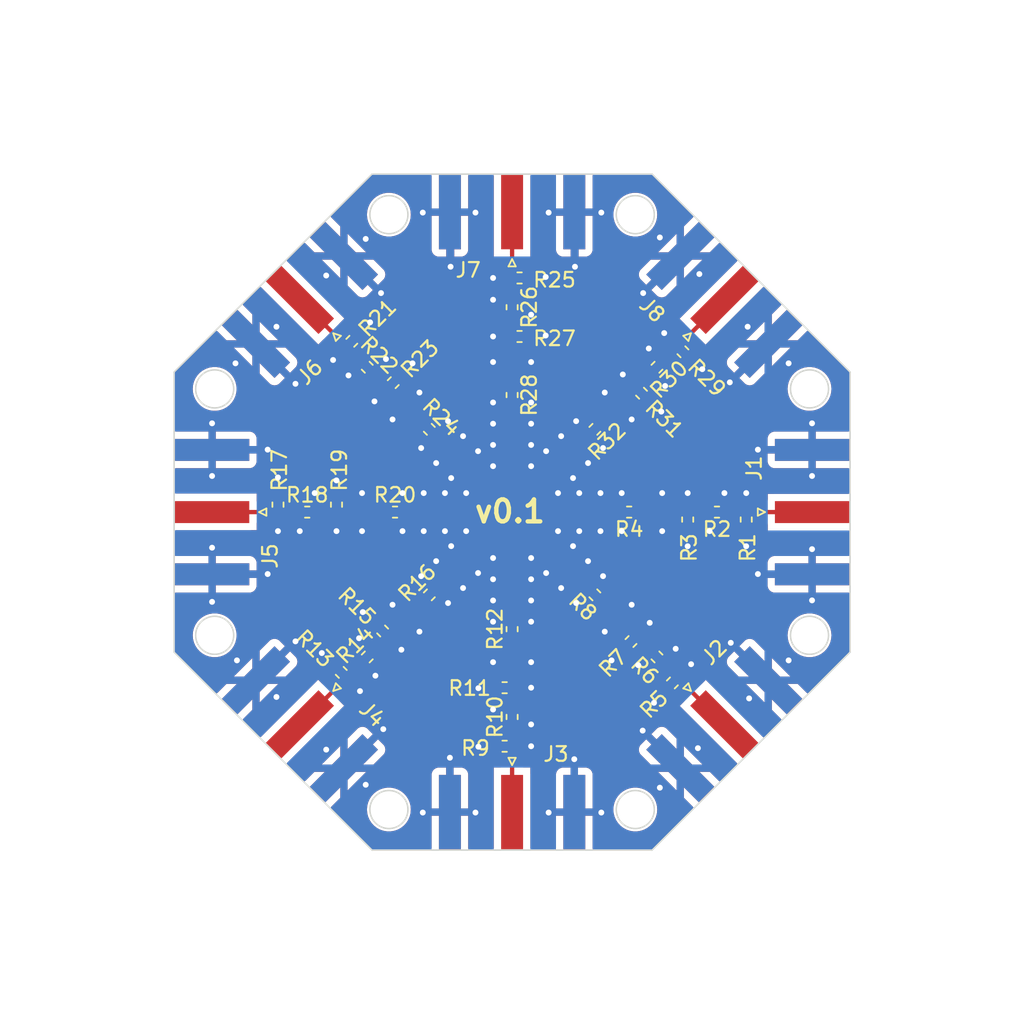
<source format=kicad_pcb>
(kicad_pcb (version 20221018) (generator pcbnew)
  (layers (0 "F.Cu" signal) (1 "In1.Cu" signal) (2 "In2.Cu" signal) (31 "B.Cu" signal) (34 "B.Paste" user) (35 "F.Paste" user) (36 "B.SilkS" user "B.Silkscreen") (37 "F.SilkS" user "F.Silkscreen") (38 "B.Mask" user) (39 "F.Mask" user) (44 "Edge.Cuts" user))
  (net 0 "")
  (net 1 "Net-(J1-In)")
  (net 2 "GND")
  (net 3 "Net-(J2-In)")
  (net 4 "Net-(J3-In)")
  (net 5 "Net-(J4-In)")
  (net 6 "Net-(J5-In)")
  (net 7 "Net-(J6-In)")
  (net 8 "Net-(J7-In)")
  (net 9 "Net-(J8-In)")
  (net 10 "Net-(R2-Pad2)")
  (net 11 "Net-(R6-Pad2)")
  (net 12 "Net-(R10-Pad2)")
  (net 13 "Net-(R14-Pad2)")
  (net 14 "Net-(R18-Pad2)")
  (net 15 "Net-(R22-Pad2)")
  (net 16 "Net-(R26-Pad2)")
  (net 17 "Net-(R30-Pad2)")
  (net 18 "/power_splitter_connection")
  (footprint "Resistor_SMD:R_0402_1005Metric" (layer "F.Cu") (at 132.803517 89.666581 45)
    (fp_text reference "R14")
    (fp_text value "232")
  )
  (footprint "Resistor_SMD:R_0402_1005Metric" (layer "F.Cu") (at 148.359866 85.42394 135)
    (fp_text reference "R8")
    (fp_text value "37.4")
  )
  (footprint "Resistor_SMD:R_0402_1005Metric" (layer "F.Cu") (at 142.703012 93.767086 90)
    (fp_text reference "R10")
    (fp_text value "232")
  )
  (footprint "Connector_Coaxial:SMA_Amphenol_132289_EdgeMount" (layer "F.Cu") (at 128.207323 65.271397 135)
    (fp_text reference "J6")
    (fp_text value "SMA")
  )
  (footprint "Resistor_SMD:R_0402_1005Metric" (layer "F.Cu") (at 154.377344 68.814002 135)
    (fp_text reference "R29")
    (fp_text value "62")
  )
  (footprint "Resistor_SMD:R_0402_1005Metric" (layer "F.Cu") (at 150.827669 88.612991 -135)
    (fp_text reference "R7")
    (fp_text value "62")
  )
  (footprint "Connector_Coaxial:SMA_Amphenol_132289_EdgeMount" (layer "F.Cu") (at 142.703012 59.267086 90)
    (fp_text reference "J7")
    (fp_text value "SMA")
  )
  (footprint "Resistor_SMD:R_0402_1005Metric" (layer "F.Cu") (at 126.703012 79.257086 -90)
    (fp_text reference "R17")
    (fp_text value "62")
  )
  (footprint "Resistor_SMD:R_0402_1005Metric" (layer "F.Cu") (at 142.703012 87.767086 90)
    (fp_text reference "R12")
    (fp_text value "37.4")
  )
  (footprint "Resistor_SMD:R_0402_1005Metric" (layer "F.Cu") (at 134.703012 79.767086)
    (fp_text reference "R20")
    (fp_text value "37.4")
  )
  (footprint "Resistor_SMD:R_0402_1005Metric" (layer "F.Cu") (at 143.213012 67.767086)
    (fp_text reference "R27")
    (fp_text value "62")
  )
  (footprint "Resistor_SMD:R_0402_1005Metric" (layer "F.Cu") (at 148.359866 74.110232 -135)
    (fp_text reference "R32")
    (fp_text value "37.4")
  )
  (footprint "Resistor_SMD:R_0402_1005Metric" (layer "F.Cu") (at 142.703012 65.767086 -90)
    (fp_text reference "R26")
    (fp_text value "232")
  )
  (footprint "Resistor_SMD:R_0402_1005Metric" (layer "F.Cu") (at 128.703012 79.767086)
    (fp_text reference "R18")
    (fp_text value "232")
  )
  (footprint "Resistor_SMD:R_0402_1005Metric" (layer "F.Cu") (at 131.749928 68.092754 -135)
    (fp_text reference "R21")
    (fp_text value "62")
  )
  (footprint "Resistor_SMD:R_0402_1005Metric" (layer "F.Cu") (at 134.578355 70.921181 45)
    (fp_text reference "R23")
    (fp_text value "62")
  )
  (footprint "Resistor_SMD:R_0402_1005Metric" (layer "F.Cu") (at 142.193012 91.767086 180)
    (fp_text reference "R11")
    (fp_text value "62")
  )
  (footprint "Resistor_SMD:R_0402_1005Metric" (layer "F.Cu") (at 133.857107 87.891743 135)
    (fp_text reference "R15")
    (fp_text value "62")
  )
  (footprint "Resistor_SMD:R_0402_1005Metric" (layer "F.Cu") (at 142.193012 95.767086)
    (fp_text reference "R9")
    (fp_text value "62")
  )
  (footprint "Connector_Coaxial:SMA_Amphenol_132289_EdgeMount" (layer "F.Cu") (at 122.203012 79.767086 180)
    (fp_text reference "J5")
    (fp_text value "SMA")
  )
  (footprint "Resistor_SMD:R_0402_1005Metric" (layer "F.Cu") (at 156.703012 79.767086 180)
    (fp_text reference "R2")
    (fp_text value "232")
  )
  (footprint "Resistor_SMD:R_0402_1005Metric" (layer "F.Cu") (at 152.602507 89.666581 135)
    (fp_text reference "R6")
    (fp_text value "232")
  )
  (footprint "Resistor_SMD:R_0402_1005Metric" (layer "F.Cu") (at 151.548917 71.642429 -45)
    (fp_text reference "R31")
    (fp_text value "62")
  )
  (footprint "Resistor_SMD:R_0402_1005Metric" (layer "F.Cu") (at 132.803517 69.867591 -45)
    (fp_text reference "R22")
    (fp_text value "232")
  )
  (footprint "Resistor_SMD:R_0402_1005Metric" (layer "F.Cu") (at 150.703012 79.767086 180)
    (fp_text reference "R4")
    (fp_text value "37.4")
  )
  (footprint "Resistor_SMD:R_0402_1005Metric" (layer "F.Cu") (at 152.602507 69.867591 -135)
    (fp_text reference "R30")
    (fp_text value "232")
  )
  (footprint "Resistor_SMD:R_0402_1005Metric" (layer "F.Cu") (at 153.656096 91.441418 45)
    (fp_text reference "R5")
    (fp_text value "62")
  )
  (footprint "Resistor_SMD:R_0402_1005Metric" (layer "F.Cu") (at 137.046158 85.42394 45)
    (fp_text reference "R16")
    (fp_text value "37.4")
  )
  (footprint "Resistor_SMD:R_0402_1005Metric" (layer "F.Cu") (at 130.703012 79.257086 90)
    (fp_text reference "R19")
    (fp_text value "62")
  )
  (footprint "Connector_Coaxial:SMA_Amphenol_132289_EdgeMount" (layer "F.Cu") (at 157.198701 94.262775 -45)
    (fp_text reference "J2")
    (fp_text value "SMA")
  )
  (footprint "Connector_Coaxial:SMA_Amphenol_132289_EdgeMount" (layer "F.Cu") (at 157.198701 65.271397 45)
    (fp_text reference "J8")
    (fp_text value "SMA")
  )
  (footprint "Resistor_SMD:R_0402_1005Metric" (layer "F.Cu") (at 154.703012 80.277086 -90)
    (fp_text reference "R3")
    (fp_text value "62")
  )
  (footprint "Connector_Coaxial:SMA_Amphenol_132289_EdgeMount" (layer "F.Cu") (at 163.203012 79.767086)
    (fp_text reference "J1")
    (fp_text value "SMA")
  )
  (footprint "Resistor_SMD:R_0402_1005Metric" (layer "F.Cu") (at 142.703012 71.767086 -90)
    (fp_text reference "R28")
    (fp_text value "37.4")
  )
  (footprint "Resistor_SMD:R_0402_1005Metric" (layer "F.Cu") (at 137.046158 74.110232 -45)
    (fp_text reference "R24")
    (fp_text value "37.4")
  )
  (footprint "Connector_Coaxial:SMA_Amphenol_132289_EdgeMount" (layer "F.Cu") (at 142.703012 100.267086 -90)
    (fp_text reference "J3")
    (fp_text value "SMA")
  )
  (footprint "Resistor_SMD:R_0402_1005Metric" (layer "F.Cu") (at 131.02868 90.72017 -45)
    (fp_text reference "R13")
    (fp_text value "62")
  )
  (footprint "Connector_Coaxial:SMA_Amphenol_132289_EdgeMount" (layer "F.Cu") (at 128.207323 94.262775 -135)
    (fp_text reference "J4")
    (fp_text value "SMA")
  )
  (footprint "Resistor_SMD:R_0402_1005Metric" (layer "F.Cu") (at 158.703012 80.277086 90)
    (fp_text reference "R1")
    (fp_text value "62")
  )
  (footprint "Resistor_SMD:R_0402_1005Metric" (layer "F.Cu") (at 143.213012 63.767086 180)
    (fp_text reference "R25")
    (fp_text value "62")
  )
  (gr_circle (center 163.028362 71.34805) (end 164.328362 71.34805) (stroke (width 0.1)) (fill none) (layer "Edge.Cuts"))
  (gr_line (start 119.606024 89.334172) (end 119.606024 70.2) (stroke (width 0.1)) (layer "Edge.Cuts"))
  (gr_line (start 152.270098 56.670098) (end 165.8 70.2) (stroke (width 0.1)) (layer "Edge.Cuts"))
  (gr_circle (center 151.122048 59.441736) (end 152.422048 59.441736) (stroke (width 0.1)) (fill none) (layer "Edge.Cuts"))
  (gr_circle (center 134.283976 100.092436) (end 135.583976 100.092436) (stroke (width 0.1)) (fill none) (layer "Edge.Cuts"))
  (gr_line (start 165.8 70.2) (end 165.8 89.334172) (stroke (width 0.1)) (layer "Edge.Cuts"))
  (gr_line (start 152.270098 102.864074) (end 133.135926 102.864074) (stroke (width 0.1)) (layer "Edge.Cuts"))
  (gr_line (start 165.8 89.334172) (end 152.270098 102.864074) (stroke (width 0.1)) (layer "Edge.Cuts"))
  (gr_line (start 133.135926 56.670098) (end 152.270098 56.670098) (stroke (width 0.1)) (layer "Edge.Cuts"))
  (gr_circle (center 134.283976 59.441736) (end 135.583976 59.441736) (stroke (width 0.1)) (fill none) (layer "Edge.Cuts"))
  (gr_line (start 119.606024 70.2) (end 133.135926 56.670098) (stroke (width 0.1)) (layer "Edge.Cuts"))
  (gr_circle (center 163.028362 88.186122) (end 164.328362 88.186122) (stroke (width 0.1)) (fill none) (layer "Edge.Cuts"))
  (gr_circle (center 122.377662 88.186122) (end 123.677662 88.186122) (stroke (width 0.1)) (fill none) (layer "Edge.Cuts"))
  (gr_circle (center 122.377662 71.34805) (end 123.677662 71.34805) (stroke (width 0.1)) (fill none) (layer "Edge.Cuts"))
  (gr_line (start 133.135926 102.864074) (end 119.606024 89.334172) (stroke (width 0.1)) (layer "Edge.Cuts"))
  (gr_circle (center 151.122048 100.092436) (end 152.422048 100.092436) (stroke (width 0.1)) (fill none) (layer "Edge.Cuts"))
  (gr_text "v0.1" (at 140 80.6) (layer "F.SilkS") (effects (font (size 1.5 1.5) (thickness 0.3) bold) (justify left bottom)))
  (segment (start 158.703012 79.767086) (end 157.213012 79.767086) (width 0.29337) (layer "F.Cu") (net 1))
  (segment (start 163.203012 79.767086) (end 158.703012 79.767086) (width 0.29337) (layer "F.Cu") (net 1))
  (segment (start 126 75.5) (end 122.220098 75.5) (width 0.5) (layer "F.Cu") (net 2))
  (segment (start 138.5 63) (end 138.5 59.314074) (width 0.5) (layer "F.Cu") (net 2))
  (segment (start 151.625518 94.7) (end 154.193497 97.267979) (width 0.5) (layer "F.Cu") (net 2))
  (segment (start 147 63) (end 147 59.314074) (width 0.5) (layer "F.Cu") (net 2))
  (segment (start 151.65969 64.8) (end 154.193497 62.266193) (width 0.5) (layer "F.Cu") (net 2))
  (segment (start 127.85969 88.6) (end 125.202119 91.257571) (width 0.5) (layer "F.Cu") (net 2))
  (segment (start 159.517086 84.017086) (end 159.5 84) (width 0.5) (layer "F.Cu") (net 2))
  (segment (start 126 84) (end 122.220098 84) (width 0.5) (layer "F.Cu") (net 2))
  (segment (start 138.453012 96.553012) (end 138.453012 100.267086) (width 0.5) (layer "F.Cu") (net 2))
  (segment (start 157.646334 88.7) (end 160.203905 91.257571) (width 0.5) (layer "F.Cu") (net 2))
  (segment (start 159.517086 75.517086) (end 159.5 75.5) (width 0.5) (layer "F.Cu") (net 2))
  (segment (start 163.203012 75.517086) (end 159.517086 75.517086) (width 0.5) (layer "F.Cu") (net 2))
  (segment (start 127.9 88.6) (end 127.85969 88.6) (width 0.5) (layer "F.Cu") (net 2))
  (segment (start 122.220098 84) (end 122.203012 84.017086) (width 0.5) (layer "F.Cu") (net 2))
  (segment (start 147 59.314074) (end 146.953012 59.267086) (width 0.5) (layer "F.Cu") (net 2))
  (segment (start 133.746334 64.8) (end 131.212527 62.266193) (width 0.5) (layer "F.Cu") (net 2))
  (segment (start 146.953012 96.653012) (end 146.953012 100.267086) (width 0.5) (layer "F.Cu") (net 2))
  (segment (start 122.220098 75.5) (end 122.203012 75.517086) (width 0.5) (layer "F.Cu") (net 2))
  (segment (start 138.5 59.314074) (end 138.453012 59.267086) (width 0.5) (layer "F.Cu") (net 2))
  (segment (start 133.9 94.6) (end 133.880506 94.6) (width 0.5) (layer "F.Cu") (net 2))
  (segment (start 127.9 70.974482) (end 125.202119 68.276601) (width 0.5) (layer "F.Cu") (net 2))
  (segment (start 133.880506 94.6) (end 131.212527 97.267979) (width 0.5) (layer "F.Cu") (net 2))
  (segment (start 157.580506 70.9) (end 160.203905 68.276601) (width 0.5) (layer "F.Cu") (net 2))
  (segment (start 163.203012 84.017086) (end 159.517086 84.017086) (width 0.5) (layer "F.Cu") (net 2))
  (segment (start 127.9 71) (end 127.9 70.974482) (width 0.5) (layer "F.Cu") (net 2))
  (via (at 145.2 100.3) (size 0.8) (drill 0.4) (layers "F.Cu" "B.Cu") (net 2))
  (via (at 136.487543 75.390095) (size 0.8) (drill 0.4) (layers "F.Cu" "B.Cu") (net 2))
  (via (at 161.6 89.9) (size 0.8) (drill 0.4) (layers "F.Cu" "B.Cu") (net 2))
  (via (at 149.035152 71.596467) (size 0.8) (drill 0.4) (layers "F.Cu" "B.Cu") (net 2))
  (via (at 144.003012 72.277086) (size 0.8) (drill 0.4) (layers "F.Cu" "B.Cu") (net 2))
  (via (at 133.9 94.6) (size 0.8) (drill 0.4) (layers "F.Cu" "B.Cu") (net 2))
  (via (at 141.403012 65.257086) (size 0.8) (drill 0.4) (layers "F.Cu" "B.Cu") (net 2))
  (via (at 146.054339 84.956891) (size 0.8) (drill 0.4) (layers "F.Cu" "B.Cu") (net 2))
  (via (at 130 96) (size 0.8) (drill 0.4) (layers "F.Cu" "B.Cu") (net 2))
  (via (at 141.403012 76.628608) (size 0.8) (drill 0.4) (layers "F.Cu" "B.Cu") (net 2))
  (via (at 151.65969 64.8) (size 0.8) (drill 0.4) (layers "F.Cu" "B.Cu") (net 2))
  (via (at 134.532393 73.434945) (size 0.8) (drill 0.4) (layers "F.Cu" "B.Cu") (net 2))
  (via (at 136.6 100.3) (size 0.8) (drill 0.4) (layers "F.Cu" "B.Cu") (net 2))
  (via (at 144.003012 91.767086) (size 0.8) (drill 0.4) (layers "F.Cu" "B.Cu") (net 2))
  (via (at 151.322644 90.225196) (size 0.8) (drill 0.4) (layers "F.Cu" "B.Cu") (net 2))
  (via (at 123.9 89.9) (size 0.8) (drill 0.4) (layers "F.Cu" "B.Cu") (net 2))
  (via (at 157.213012 78.467086) (size 0.8) (drill 0.4) (layers "F.Cu" "B.Cu") (net 2))
  (via (at 146.867153 82.092749) (size 0.8) (drill 0.4) (layers "F.Cu" "B.Cu") (net 2))
  (via (at 132.448012 81.067086) (size 0.8) (drill 0.4) (layers "F.Cu" "B.Cu") (net 2))
  (via (at 126.703012 81.067086) (size 0.8) (drill 0.4) (layers "F.Cu" "B.Cu") (net 2))
  (via (at 145 67.7) (size 0.8) (drill 0.4) (layers "F.Cu" "B.Cu") (net 2))
  (via (at 145 63.7) (size 0.8) (drill 0.4) (layers "F.Cu" "B.Cu") (net 2))
  (via (at 136.370871 71.596467) (size 0.8) (drill 0.4) (layers "F.Cu" "B.Cu") (net 2))
  (via (at 136.6 59.3) (size 0.8) (drill 0.4) (layers "F.Cu" "B.Cu") (net 2))
  (via (at 138.114026 81.067086) (size 0.8) (drill 0.4) (layers "F.Cu" "B.Cu") (net 2))
  (via (at 139.564534 78.467086) (size 0.8) (drill 0.4) (layers "F.Cu" "B.Cu") (net 2))
  (via (at 127.9 71) (size 0.8) (drill 0.4) (layers "F.Cu" "B.Cu") (net 2))
  (via (at 130.470065 69.372617) (size 0.8) (drill 0.4) (layers "F.Cu" "B.Cu") (net 2))
  (via (at 147.291997 78.467086) (size 0.8) (drill 0.4) (layers "F.Cu" "B.Cu") (net 2))
  (via (at 139.564534 81.067086) (size 0.8) (drill 0.4) (layers "F.Cu" "B.Cu") (net 2))
  (via (at 148.742504 78.467086) (size 0.8) (drill 0.4) (layers "F.Cu" "B.Cu") (net 2))
  (via (at 141.403012 67.767086) (size 0.8) (drill 0.4) (layers "F.Cu" "B.Cu") (net 2))
  (via (at 138.53887 77.441422) (size 0.8) (drill 0.4) (layers "F.Cu" "B.Cu") (net 2))
  (via (at 163.2 82.3) (size 0.8) (drill 0.4) (layers "F.Cu" "B.Cu") (net 2))
  (via (at 153.88237 89.107966) (size 0.8) (drill 0.4) (layers "F.Cu" "B.Cu") (net 2))
  (via (at 140.377348 75.602944) (size 0.8) (drill 0.4) (layers "F.Cu" "B.Cu") (net 2))
  (via (at 126 84) (size 0.8) (drill 0.4) (layers "F.Cu" "B.Cu") (net 2))
  (via (at 141.403012 93.257086) (size 0.8) (drill 0.4) (layers "F.Cu" "B.Cu") (net 2))
  (via (at 140.377348 83.931227) (size 0.8) (drill 0.4) (layers "F.Cu" "B.Cu") (net 2))
  (via (at 141.403012 72.277086) (size 0.8) (drill 0.4) (layers "F.Cu" "B.Cu") (net 2))
  (via (at 144.003012 66.277086) (size 0.8) (drill 0.4) (layers "F.Cu" "B.Cu") (net 2))
  (via (at 145.028675 83.931227) (size 0.8) (drill 0.4) (layers "F.Cu" "B.Cu") (net 2))
  (via (at 141.403012 69.512086) (size 0.8) (drill 0.4) (layers "F.Cu" "B.Cu") (net 2))
  (via (at 148.918481 75.390095) (size 0.8) (drill 0.4) (layers "F.Cu" "B.Cu") (net 2))
  (via (at 122.2 77.3) (size 0.8) (drill 0.4) (layers "F.Cu" "B.Cu") (net 2))
  (via (at 149.5 89.9) (size 0.8) (drill 0.4) (layers "F.Cu" "B.Cu") (net 2))
  (via (at 141.403012 82.905564) (size 0.8) (drill 0.4) (layers "F.Cu" "B.Cu") (net 2))
  (via (at 126.7 77.4) (size 0.8) (drill 0.4) (layers "F.Cu" "B.Cu") (net 2))
  (via (at 150.193012 81.067086) (size 0.8) (drill 0.4) (layers "F.Cu" "B.Cu") (net 2))
  (via (at 128.193012 81.067086) (size 0.8) (drill 0.4) (layers "F.Cu" "B.Cu") (net 2))
  (via (at 155.5 63.5) (size 0.8) (drill 0.4) (layers "F.Cu" "B.Cu") (net 2))
  (via (at 159.5 84) (size 0.8) (drill 0.4) (layers "F.Cu" "B.Cu") (net 2))
  (via (at 146.054339 74.57728) (size 0.8) (drill 0.4) (layers "F.Cu" "B.Cu") (net 2))
  (via (at 144.003012 90.022086) (size 0.8) (drill 0.4) (layers "F.Cu" "B.Cu") (net 2))
  (via (at 153.097481 67.534139) (size 0.8) (drill 0.4) (layers "F.Cu" "B.Cu") (net 2))
  (via (at 149.035152 87.937704) (size 0.8) (drill 0.4) (layers "F.Cu" "B.Cu") (net 2))
  (via (at 123.8 69.6) (size 0.8) (drill 0.4) (layers "F.Cu" "B.Cu") (net 2))
  (via (at 154.703012 78.467086) (size 0.8) (drill 0.4) (layers "F.Cu" "B.Cu") (net 2))
  (via (at 145.84149 81.067086) (size 0.8) (drill 0.4) (layers "F.Cu" "B.Cu") (net 2))
  (via (at 132.244902 88.386718) (size 0.8) (drill 0.4) (layers "F.Cu" "B.Cu") (net 2))
  (via (at 133 66.8) (size 0.8) (drill 0.4) (layers "F.Cu" "B.Cu") (net 2))
  (via (at 147.080003 73.551617) (size 0.8) (drill 0.4) (layers "F.Cu" "B.Cu") (net 2))
  (via (at 145.2 59.3) (size 0.8) (drill 0.4) (layers "F.Cu" "B.Cu") (net 2))
  (via (at 138.114026 78.467086) (size 0.8) (drill 0.4) (layers "F.Cu" "B.Cu") (net 2))
  (via (at 150.193012 78.467086) (size 0.8) (drill 0.4) (layers "F.Cu" "B.Cu") (net 2))
  (via (at 158.9 92.5) (size 0.8) (drill 0.4) (layers "F.Cu" "B.Cu") (net 2))
  (via (at 140.4 95.8) (size 0.8) (drill 0.4) (layers "F.Cu" "B.Cu") (net 2))
  (via (at 138.53887 82.092749) (size 0.8) (drill 0.4) (layers "F.Cu" "B.Cu") (net 2))
  (via (at 144.003012 84.356071) (size 0.8) (drill 0.4) (layers "F.Cu" "B.Cu") (net 2))
  (via (at 148.8 59.3) (size 0.8) (drill 0.4) (layers "F.Cu" "B.Cu") (net 2))
  (via (at 138.326021 73.551617) (size 0.8) (drill 0.4) (layers "F.Cu" "B.Cu") (net 2))
  (via (at 144.003012 94.277086) (size 0.8) (drill 0.4) (layers "F.Cu" "B.Cu") (net 2))
  (via (at 134.08338 69.308976) (size 0.8) (drill 0.4) (layers "F.Cu" "B.Cu") (net 2))
  (via (at 138.326021 85.982555) (size 0.8) (drill 0.4) (layers "F.Cu" "B.Cu") (net 2))
  (via (at 130.703012 81.067086) (size 0.8) (drill 0.4) (layers "F.Cu" "B.Cu") (net 2))
  (via (at 150.269054 70.362566) (size 0.8) (drill 0.4) (layers "F.Cu" "B.Cu") (net 2))
  (via (at 138.5 63) (size 0.8) (drill 0.4) (layers "F.Cu" "B.Cu") (net 2))
  (via (at 132.308543 92.000033) (size 0.8) (drill 0.4) (layers "F.Cu" "B.Cu") (net 2))
  (via (at 144.003012 76.628608) (size 0.8) (drill 0.4) (layers "F.Cu" "B.Cu") (net 2))
  (via (at 122.2 82.2) (size 0.8) (drill 0.4) (layers "F.Cu" "B.Cu") (net 2))
  (via (at 152.107532 87.333128) (size 0.8) (drill 0.4) (layers "F.Cu" "B.Cu") (net 2))
  (via (at 147.080003 85.982555) (size 0.8) (drill 0.4) (layers "F.Cu" "B.Cu") (net 2))
  (via (at 139.351684 74.57728) (size 0.8) (drill 0.4) (layers "F.Cu" "B.Cu") (net 2))
  (via (at 136.370871 87.937704) (size 0.8) (drill 0.4) (layers "F.Cu" "B.Cu") (net 2))
  (via (at 135.213012 78.467086) (size 0.8) (drill 0.4) (layers "F.Cu" "B.Cu") (net 2))
  (via (at 133.298492 72.201044) (size 0.8) (drill 0.4) (layers "F.Cu" "B.Cu") (net 2))
  (via (at 156.193012 81.067086) (size 0.8) (drill 0.4) (layers "F.Cu" "B.Cu") (net 2))
  (via (at 127.9 88.6) (size 0.8) (drill 0.4) (layers "F.Cu" "B.Cu") (net 2))
  (via (at 152.9 72.9) (size 0.8) (drill 0.4) (layers "F.Cu" "B.Cu") (net 2))
  (via (at 141.403012 84.356071) (size 0.8) (drill 0.4) (layers "F.Cu" "B.Cu") (net 2))
  (via (at 126 75.5) (size 0.8) (drill 0.4) (layers "F.Cu" "B.Cu") (net 2))
  (via (at 157.646334 88.7) (size 0.8) (drill 0.4) (layers "F.Cu" "B.Cu") (net 2))
  (via (at 152.958012 78.467086) (size 0.8) (drill 0.4) (layers "F.Cu" "B.Cu") (net 2))
  (via (at 140.2 59.3) (size 0.8) (drill 0.4) (layers "F.Cu" "B.Cu") (net 2))
  (via (at 130 63.6) (size 0.8) (drill 0.4) (layers "F.Cu" "B.Cu") (net 2))
  (via (at 151.625518 94.7) (size 0.8) (drill 0.4) (layers "F.Cu" "B.Cu") (net 2))
  (via (at 131.523654 70.426206) (size 0.8) (drill 0.4) (layers "F.Cu" "B.Cu") (net 2))
  (via (at 140.4 91.8) (size 0.8) (drill 0.4) (layers "F.Cu" "B.Cu") (net 2))
  (via (at 144.003012 87.257086) (size 0.8) (drill 0.4) (layers "F.Cu" "B.Cu") (net 2))
  (via (at 132.7 61.1) (size 0.8) (drill 0.4) (layers "F.Cu" "B.Cu") (net 2))
  (via (at 141.403012 75.1781) (size 0.8) (drill 0.4) (layers "F.Cu" "B.Cu") (net 2))
  (via (at 141.403012 90.022086) (size 0.8) (drill 0.4) (layers "F.Cu" "B.Cu") (net 2))
  (via (at 152.4 92.8) (size 0.8) (drill 0.4) (layers "F.Cu" "B.Cu") (net 2))
  (via (at 122.2 73.7) (size 0.8) (drill 0.4) (layers "F.Cu" "B.Cu") (net 2))
  (via (at 135.9 69.6) (size 0.8) (drill 0.4) (layers "F.Cu" "B.Cu") (net 2))
  (via (at 134.532393 86.099226) (size 0.8) (drill 0.4) (layers "F.Cu" "B.Cu") (net 2))
  (via (at 122.2 85.9) (size 0.8) (drill 0.4) (layers "F.Cu" "B.Cu") (net 2))
  (via (at 152.958012 81.067086) (size 0.8) (drill 0.4) (layers "F.Cu" "B.Cu") (net 2))
  (via (at 133.746334 64.8) (size 0.8) (drill 0.4) (layers "F.Cu" "B.Cu") (net 2))
  (via (at 157.580506 70.9) (size 0.8) (drill 0.4) (layers "F.Cu" "B.Cu") (net 2))
  (via (at 147.892817 76.415758) (size 0.8) (drill 0.4) (layers "F.Cu" "B.Cu") (net 2))
  (via (at 158.8 67.1) (size 0.8) (drill 0.4) (layers "F.Cu" "B.Cu") (net 2))
  (via (at 159.5 75.5) (size 0.8) (drill 0.4) (layers "F.Cu" "B.Cu") (net 2))
  (via (at 129.7 89.4) (size 0.8) (drill 0.4) (layers "F.Cu" "B.Cu") (net 2))
  (via (at 130.7 77.6) (size 0.8) (drill 0.4) (layers "F.Cu" "B.Cu") (net 2))
  (via (at 155.7 70) (size 0.8) (drill 0.4) (layers "F.Cu" "B.Cu") (net 2))
  (via (at 141.403012 87.257086) (size 0.8) (drill 0.4) (layers "F.Cu" "B.Cu") (net 2))
  (via (at 148.8 100.3) (size 0.8) (drill 0.4) (layers "F.Cu" "B.Cu") (net 2))
  (via (at 154.7 82.1) (size 0.8) (drill 0.4) (layers "F.Cu" "B.Cu") (net 2))
  (via (at 146.953012 96.653012) (size 0.8) (drill 0.4) (layers "F.Cu" "B.Cu") (net 2))
  (via (at 140.2 100.3) (size 0.8) (drill 0.4) (layers "F.Cu" "B.Cu") (net 2))
  (via (at 145.028675 75.602944) (size 0.8) (drill 0.4) (layers "F.Cu" "B.Cu") (net 2))
  (via (at 141.403012 63.767086) (size 0.8) (drill 0.4) (layers "F.Cu" "B.Cu") (net 2))
  (via (at 144.003012 69.512086) (size 0.8) (drill 0.4) (layers "F.Cu" "B.Cu") (net 2))
  (via (at 150.87363 86.099226) (size 0.8) (drill 0.4) (layers "F.Cu" "B.Cu") (net 2))
  (via (at 147.291997 81.067086) (size 0.8) (drill 0.4) (layers "F.Cu" "B.Cu") (net 2))
  (via (at 136.663519 78.467086) (size 0.8) (drill 0.4) (layers "F.Cu" "B.Cu") (net 2))
  (via (at 135.213012 81.067086) (size 0.8) (drill 0.4) (layers "F.Cu" "B.Cu") (net 2))
  (via (at 155.4 95.9) (size 0.8) (drill 0.4) (layers "F.Cu" "B.Cu") (net 2))
  (via (at 152.8 98.6) (size 0.8) (drill 0.4) (layers "F.Cu" "B.Cu") (net 2))
  (via (at 137.513206 76.415758) (size 0.8) (drill 0.4) (layers "F.Cu" "B.Cu") (net 2))
  (via (at 144.003012 95.767086) (size 0.8) (drill 0.4) (layers "F.Cu" "B.Cu") (net 2))
  (via (at 132.448012 78.467086) (size 0.8) (drill 0.4) (layers "F.Cu" "B.Cu") (net 2))
  (via (at 135.13697 89.171606) (size 0.8) (drill 0.4) (layers "F.Cu" "B.Cu") (net 2))
  (via (at 145.84149 78.467086) (size 0.8) (drill 0.4) (layers "F.Cu" "B.Cu") (net 2))
  (via (at 141.403012 73.727593) (size 0.8) (drill 0.4) (layers "F.Cu" "B.Cu") (net 2))
  (via (at 132.5 86.6) (size 0.8) (drill 0.4) (layers "F.Cu" "B.Cu") (net 2))
  (via (at 144.003012 85.806578) (size 0.8) (drill 0.4) (layers "F.Cu" "B.Cu") (net 2))
  (via (at 146.867153 77.441422) (size 0.8) (drill 0.4) (layers "F.Cu" "B.Cu") (net 2))
  (via (at 126.6 92.4) (size 0.8) (drill 0.4) (layers "F.Cu" "B.Cu") (net 2))
  (via (at 154.935959 90.161555) (size 0.8) (drill 0.4) (layers "F.Cu" "B.Cu") (net 2))
  (via (at 136.487543 84.144077) (size 0.8) (drill 0.4) (layers "F.Cu" "B.Cu") (net 2))
  (via (at 158.703012 78.467086) (size 0.8) (drill 0.4) (layers "F.Cu" "B.Cu") (net 2))
  (via (at 153.161122 71.147454) (size 0.8) (drill 0.4) (layers "F.Cu" "B.Cu") (net 2))
  (via (at 150.87363 73.434945) (size 0.8) (drill 0.4) (layers "F.Cu" "B.Cu") (net 2))
  (via (at 141.403012 85.806578) (size 0.8) (drill 0.4) (layers "F.Cu" "B.Cu") (net 2))
  (via (at 148.918481 84.144077) (size 0.8) (drill 0.4) (layers "F.Cu" "B.Cu") (net 2))
  (via (at 144.003012 82.905564) (size 0.8) (drill 0.4) (layers "F.Cu" "B.Cu") (net 2))
  (via (at 139.351684 84.956891) (size 0.8) (drill 0.4) (layers "F.Cu" "B.Cu") (net 2))
  (via (at 163.2 77.3) (size 0.8) (drill 0.4) (layers "F.Cu" "B.Cu") (net 2))
  (via (at 147 63) (size 0.8) (drill 0.4) (layers "F.Cu" "B.Cu") (net 2))
  (via (at 144.003012 75.1781) (size 0.8) (drill 0.4) (layers "F.Cu" "B.Cu") (net 2))
  (via (at 137.513206 83.118413) (size 0.8) (drill 0.4) (layers "F.Cu" "B.Cu") (net 2))
  (via (at 126.6 67.1) (size 0.8) (drill 0.4) (layers "F.Cu" "B.Cu") (net 2))
  (via (at 152.043892 68.587728) (size 0.8) (drill 0.4) (layers "F.Cu" "B.Cu") (net 2))
  (via (at 163.2 85.8) (size 0.8) (drill 0.4) (layers "F.Cu" "B.Cu") (net 2))
  (via (at 148.742504 81.067086) (size 0.8) (drill 0.4) (layers "F.Cu" "B.Cu") (net 2))
  (via (at 147.892817 83.118413) (size 0.8) (drill 0.4) (layers "F.Cu" "B.Cu") (net 2))
  (via (at 129.213012 78.467086) (size 0.8) (drill 0.4) (layers "F.Cu" "B.Cu") (net 2))
  (via (at 132.7 98.4) (size 0.8) (drill 0.4) (layers "F.Cu" "B.Cu") (net 2))
  (via (at 144.003012 73.727593) (size 0.8) (drill 0.4) (layers "F.Cu" "B.Cu") (net 2))
  (via (at 136.663519 81.067086) (size 0.8) (drill 0.4) (layers "F.Cu" "B.Cu") (net 2))
  (via (at 152.8 61) (size 0.8) (drill 0.4) (layers "F.Cu" "B.Cu") (net 2))
  (via (at 158.7 82.1) (size 0.8) (drill 0.4) (layers "F.Cu" "B.Cu") (net 2))
  (via (at 161.6 69.6) (size 0.8) (drill 0.4) (layers "F.Cu" "B.Cu") (net 2))
  (via (at 163.2 73.7) (size 0.8) (drill 0.4) (layers "F.Cu" "B.Cu") (net 2))
  (via (at 133.362132 90.946444) (size 0.8) (drill 0.4) (layers "F.Cu" "B.Cu") (net 2))
  (via (at 138.453012 96.553012) (size 0.8) (drill 0.4) (layers "F.Cu" "B.Cu") (net 2))
  (segment (start 127.9 70.974482) (end 125.202119 68.276601) (width 0.5) (layer "B.Cu") (net 2))
  (segment (start 151.65969 64.8) (end 154.193497 62.266193) (width 0.5) (layer "B.Cu") (net 2))
  (segment (start 127.9 88.6) (end 127.85969 88.6) (width 0.5) (layer "B.Cu") (net 2))
  (segment (start 147 59.314074) (end 146.953012 59.267086) (width 0.5) (layer "B.Cu") (net 2))
  (segment (start 163.185926 75.5) (end 163.203012 75.517086) (width 0.5) (layer "B.Cu") (net 2))
  (segment (start 126 84) (end 122.220098 84) (width 0.5) (layer "B.Cu") (net 2))
  (segment (start 126 75.5) (end 122.220098 75.5) (width 0.5) (layer "B.Cu") (net 2))
  (segment (start 122.220098 75.5) (end 122.203012 75.517086) (width 0.5) (layer "B.Cu") (net 2))
  (segment (start 146.953012 96.653012) (end 146.953012 100.267086) (width 0.5) (layer "B.Cu") (net 2))
  (segment (start 138.5 59.314074) (end 138.453012 59.267086) (width 0.5) (layer "B.Cu") (net 2))
  (segment (start 163.185926 84) (end 163.203012 84.017086) (width 0.5) (layer "B.Cu") (net 2))
  (segment (start 133.880506 94.6) (end 131.212527 97.267979) (width 0.5) (layer "B.Cu") (net 2))
  (segment (start 138.453012 96.553012) (end 138.453012 100.267086) (width 0.5) (layer "B.Cu") (net 2))
  (segment (start 127.9 71) (end 127.9 70.974482) (width 0.5) (layer "B.Cu") (net 2))
  (segment (start 138.5 63) (end 138.5 59.314074) (width 0.5) (layer "B.Cu") (net 2))
  (segment (start 122.220098 84) (end 122.203012 84.017086) (width 0.5) (layer "B.Cu") (net 2))
  (segment (start 133.746334 64.8) (end 131.212527 62.266193) (width 0.5) (layer "B.Cu") (net 2))
  (segment (start 133.9 94.6) (end 133.880506 94.6) (width 0.5) (layer "B.Cu") (net 2))
  (segment (start 151.625518 94.7) (end 154.193497 97.267979) (width 0.5) (layer "B.Cu") (net 2))
  (segment (start 146.9 100.214074) (end 146.953012 100.267086) (width 0.5) (layer "B.Cu") (net 2))
  (segment (start 147 63) (end 147 59.314074) (width 0.5) (layer "B.Cu") (net 2))
  (segment (start 159.5 75.5) (end 163.185926 75.5) (width 0.5) (layer "B.Cu") (net 2))
  (segment (start 127.85969 88.6) (end 125.202119 91.257571) (width 0.5) (layer "B.Cu") (net 2))
  (segment (start 146.953012 96.653012) (end 146.9 96.706024) (width 0.5) (layer "B.Cu") (net 2))
  (segment (start 157.646334 88.7) (end 160.203905 91.257571) (width 0.5) (layer "B.Cu") (net 2))
  (segment (start 157.580506 70.9) (end 160.203905 68.276601) (width 0.5) (layer "B.Cu") (net 2))
  (segment (start 138.4 100.214074) (end 138.453012 100.267086) (width 0.5) (layer "B.Cu") (net 2))
  (segment (start 159.5 84) (end 163.185926 84) (width 0.5) (layer "B.Cu") (net 2))
  (segment (start 138.453012 96.553012) (end 138.4 96.606024) (width 0.5) (layer "B.Cu") (net 2))
  (segment (start 154.01672 91.080794) (end 152.963131 90.027205) (width 0.29337) (layer "F.Cu") (net 3))
  (segment (start 157.198701 94.262775) (end 154.01672 91.080794) (width 0.29337) (layer "F.Cu") (net 3))
  (segment (start 142.703012 100.267086) (end 142.703012 95.767086) (width 0.29337) (layer "F.Cu") (net 4))
  (segment (start 142.703012 95.767086) (end 142.703012 94.277086) (width 0.29337) (layer "F.Cu") (net 4))
  (segment (start 131.389304 91.080794) (end 132.442893 90.027205) (width 0.29337) (layer "F.Cu") (net 5))
  (segment (start 128.207323 94.262775) (end 131.389304 91.080794) (width 0.29337) (layer "F.Cu") (net 5))
  (segment (start 126.703012 79.767086) (end 128.193012 79.767086) (width 0.29337) (layer "F.Cu") (net 6))
  (segment (start 122.203012 79.767086) (end 126.703012 79.767086) (width 0.29337) (layer "F.Cu") (net 6))
  (segment (start 132.442893 69.506967) (end 131.389304 68.453378) (width 0.29337) (layer "F.Cu") (net 7))
  (segment (start 128.207323 65.271397) (end 131.389304 68.453378) (width 0.29337) (layer "F.Cu") (net 7))
  (segment (start 142.703012 65.257086) (end 142.703012 63.767086) (width 0.29337) (layer "F.Cu") (net 8))
  (segment (start 142.703012 63.767086) (end 142.703012 59.267086) (width 0.29337) (layer "F.Cu") (net 8))
  (segment (start 157.198701 65.271397) (end 154.01672 68.453378) (width 0.29337) (layer "F.Cu") (net 9))
  (segment (start 152.963131 69.506967) (end 154.01672 68.453378) (width 0.29337) (layer "F.Cu") (net 9))
  (segment (start 154.703012 79.767086) (end 156.193012 79.767086) (width 0.29337) (layer "F.Cu") (net 10))
  (segment (start 151.213012 79.767086) (end 154.703012 79.767086) (width 0.29337) (layer "F.Cu") (net 10))
  (segment (start 151.188293 88.252367) (end 148.72049 85.784564) (width 0.29337) (layer "F.Cu") (net 11))
  (segment (start 152.241883 89.305957) (end 151.188293 88.252367) (width 0.29337) (layer "F.Cu") (net 11))
  (segment (start 142.703012 93.257086) (end 142.703012 91.767086) (width 0.29337) (layer "F.Cu") (net 12))
  (segment (start 142.703012 91.767086) (end 142.703012 88.277086) (width 0.29337) (layer "F.Cu") (net 12))
  (segment (start 133.164141 89.305957) (end 134.217731 88.252367) (width 0.29337) (layer "F.Cu") (net 13))
  (segment (start 136.685534 85.784564) (end 134.217731 88.252367) (width 0.29337) (layer "F.Cu") (net 13))
  (segment (start 129.213012 79.767086) (end 130.703012 79.767086) (width 0.29337) (layer "F.Cu") (net 14))
  (segment (start 130.703012 79.767086) (end 134.193012 79.767086) (width 0.29337) (layer "F.Cu") (net 14))
  (segment (start 136.685534 73.749608) (end 134.217731 71.281805) (width 0.29337) (layer "F.Cu") (net 15))
  (segment (start 134.217731 71.281805) (end 133.164141 70.228215) (width 0.29337) (layer "F.Cu") (net 15))
  (segment (start 142.703012 67.767086) (end 142.703012 66.277086) (width 0.29337) (layer "F.Cu") (net 16))
  (segment (start 142.703012 71.257086) (end 142.703012 67.767086) (width 0.29337) (layer "F.Cu") (net 16))
  (segment (start 148.72049 73.749608) (end 151.188293 71.281805) (width 0.29337) (layer "F.Cu") (net 17))
  (segment (start 152.241883 70.228215) (end 151.188293 71.281805) (width 0.29337) (layer "F.Cu") (net 17))
  (segment (start 147.999242 74.470856) (end 137.406782 85.063316) (width 0.29337) (layer "F.Cu") (net 18))
  (segment (start 142.703012 87.257086) (end 142.703012 72.277086) (width 0.29337) (layer "F.Cu") (net 18))
  (segment (start 137.406782 74.470856) (end 147.999242 85.063316) (width 0.29337) (layer "F.Cu") (net 18))
  (segment (start 135.213012 79.767086) (end 150.193012 79.767086) (width 0.29337) (layer "F.Cu") (net 18))
  (zone (net 18) (net_name "/power_splitter_connection") (layer "F.Cu") (priority 1) (connect_pads (clearance 0.5)) (min_thickness 0.25) (fill yes (thermal_gap 0.5) (thermal_bridge_width 0.5))
    (polygon (pts (xy 142.7 79.07889) (xy 143.2 79.3) (xy 143.42111 79.75) (xy 143.2 80.3) (xy 142.7 80.52111) (xy 142.15 80.3) (xy 141.97889 79.8) (xy 142.2 79.3)))
  )
  (zone (net 2) (net_name "GND") (layers "F.Cu" "In1.Cu" "In2.Cu" "B.Cu") (connect_pads (clearance 0.5)) (min_thickness 0.25) (fill yes (thermal_gap 0.5) (thermal_bridge_width 0.5))
    (polygon (pts (xy 133 103.25) (xy 152.5 103.25) (xy 166.25 89.5) (xy 166.25 70) (xy 152.5 56.25) (xy 133 56.25) (xy 119.25 70) (xy 119.25 89.5)))
  )
  (zone (net 0) (net_name "") (layers "F.Cu" "In1.Cu" "In2.Cu" "B.Cu") (connect_pads (clearance 0)) (min_thickness 0.25)
    (keepout (tracks allowed) (vias allowed) (pads allowed) (copperpour not_allowed) (footprints allowed))
    (fill (thermal_gap 0.5) (thermal_bridge_width 0.5))
    (polygon (pts (xy 160.175 78.525) (xy 166.375 78.525) (xy 166.375 81.025) (xy 160.175 81.025)))
  )
  (zone (net 0) (net_name "") (layers "F.Cu" "In1.Cu" "In2.Cu" "B.Cu") (connect_pads (clearance 0)) (min_thickness 0.25)
    (keepout (tracks allowed) (vias allowed) (pads allowed) (copperpour not_allowed) (footprints allowed))
    (fill (thermal_gap 0.5) (thermal_bridge_width 0.5))
    (polygon (pts (xy 124.5875 63.4375) (xy 126.3625 61.6625) (xy 131.2375 66.5375) (xy 129.4625 68.3125)))
  )
  (zone (net 0) (net_name "") (layers "F.Cu" "In1.Cu" "In2.Cu" "B.Cu") (connect_pads (clearance 0)) (min_thickness 0.25)
    (keepout (tracks allowed) (vias allowed) (pads allowed) (copperpour not_allowed) (footprints allowed))
    (fill (thermal_gap 0.5) (thermal_bridge_width 0.5))
    (polygon (pts (xy 119.15 78.5) (xy 125.25 78.5) (xy 125.25 81) (xy 119.15 81)))
  )
  (zone (net 0) (net_name "") (layers "F.Cu" "In1.Cu" "In2.Cu" "B.Cu") (connect_pads (clearance 0)) (min_thickness 0.25)
    (keepout (tracks allowed) (vias allowed) (pads allowed) (copperpour not_allowed) (footprints allowed))
    (fill (thermal_gap 0.5) (thermal_bridge_width 0.5))
    (polygon (pts (xy 143.95 97.225) (xy 143.95 103.425) (xy 141.45 103.425) (xy 141.45 97.225)))
  )
  (zone (net 0) (net_name "") (layers "F.Cu" "In1.Cu" "In2.Cu" "B.Cu") (connect_pads (clearance 0)) (min_thickness 0.25)
    (keepout (tracks allowed) (vias allowed) (pads allowed) (copperpour not_allowed) (footprints allowed))
    (fill (thermal_gap 0.5) (thermal_bridge_width 0.5))
    (polygon (pts (xy 126.35 97.875) (xy 124.575 96.1) (xy 129.45 91.225) (xy 131.225 93)))
  )
  (zone (net 0) (net_name "") (layers "F.Cu" "In1.Cu" "In2.Cu" "B.Cu") (connect_pads (clearance 0)) (min_thickness 0.25)
    (keepout (tracks allowed) (vias allowed) (pads allowed) (copperpour not_allowed) (footprints allowed))
    (fill (thermal_gap 0.5) (thermal_bridge_width 0.5))
    (polygon (pts (xy 143.95 56.1) (xy 143.95 62.3) (xy 141.45 62.3) (xy 141.45 56.1)))
  )
  (zone (net 0) (net_name "") (layers "F.Cu" "In1.Cu" "In2.Cu" "B.Cu") (connect_pads (clearance 0)) (min_thickness 0.25)
    (keepout (tracks allowed) (vias allowed) (pads allowed) (copperpour not_allowed) (footprints allowed))
    (fill (thermal_gap 0.5) (thermal_bridge_width 0.5))
    (polygon (pts (xy 160.8125 96.1125) (xy 159.0375 97.8875) (xy 154.1625 93.0125) (xy 155.9375 91.2375)))
  )
  (zone (net 0) (net_name "") (layers "F.Cu" "In1.Cu" "In2.Cu" "B.Cu") (connect_pads (clearance 0)) (min_thickness 0.25)
    (keepout (tracks allowed) (vias allowed) (pads allowed) (copperpour not_allowed) (footprints allowed))
    (fill (thermal_gap 0.5) (thermal_bridge_width 0.5))
    (polygon (pts (xy 159.025 61.675) (xy 160.8 63.45) (xy 155.925 68.325) (xy 154.15 66.55)))
  )
  (zone (net 0) (net_name "") (layers "F.Cu" "In1.Cu" "In2.Cu" "B.Cu" "Edge.Cuts") (connect_pads (clearance 0)) (min_thickness 0.25)
    (keepout (tracks allowed) (vias allowed) (pads allowed) (copperpour not_allowed) (footprints allowed))
    (fill (thermal_gap 0.5) (thermal_bridge_width 0.5))
    (polygon (pts (xy 164.528362 71.34805) (xy 164.507904 71.101158) (xy 164.447088 70.861001) (xy 164.347573 70.634129) (xy 164.212073 70.426731) (xy 164.044284 70.244464) (xy 163.848784 70.0923) (xy 163.630905 69.97439) (xy 163.39659 69.89395) (xy 163.152231 69.853173) (xy 162.904493 69.853173) (xy 162.660134 69.89395) (xy 162.425819 69.97439) (xy 162.20794 70.0923) (xy 162.01244 70.244464) (xy 161.844651 70.426731) (xy 161.709151 70.634129) (xy 161.609636 70.861001) (xy 161.54882 71.101158) (xy 161.528362 71.34805) (xy 161.54882 71.594942) (xy 161.609636 71.835099) (xy 161.709151 72.061971) (xy 161.844651 72.269369) (xy 162.01244 72.451636) (xy 162.20794 72.6038) (xy 162.425819 72.72171) (xy 162.660134 72.80215) (xy 162.904493 72.842927) (xy 163.152231 72.842927) (xy 163.39659 72.80215) (xy 163.630905 72.72171) (xy 163.848784 72.6038) (xy 164.044284 72.451636) (xy 164.212073 72.269369) (xy 164.347573 72.061971) (xy 164.447088 71.835099) (xy 164.507904 71.594942)))
  )
  (zone (net 0) (net_name "") (layers "F.Cu" "In1.Cu" "In2.Cu" "B.Cu" "Edge.Cuts") (connect_pads (clearance 0)) (min_thickness 0.25)
    (keepout (tracks allowed) (vias allowed) (pads allowed) (copperpour not_allowed) (footprints allowed))
    (fill (thermal_gap 0.5) (thermal_bridge_width 0.5))
    (polygon (pts (xy 152.622048 59.441736) (xy 152.60159 59.194844) (xy 152.540774 58.954687) (xy 152.441259 58.727815) (xy 152.305759 58.520417) (xy 152.13797 58.33815) (xy 151.94247 58.185986) (xy 151.724591 58.068076) (xy 151.490276 57.987636) (xy 151.245917 57.946859) (xy 150.998179 57.946859) (xy 150.75382 57.987636) (xy 150.519505 58.068076) (xy 150.301626 58.185986) (xy 150.106126 58.33815) (xy 149.938337 58.520417) (xy 149.802837 58.727815) (xy 149.703322 58.954687) (xy 149.642506 59.194844) (xy 149.622048 59.441736) (xy 149.642506 59.688628) (xy 149.703322 59.928785) (xy 149.802837 60.155657) (xy 149.938337 60.363055) (xy 150.106126 60.545322) (xy 150.301626 60.697486) (xy 150.519505 60.815396) (xy 150.75382 60.895836) (xy 150.998179 60.936613) (xy 151.245917 60.936613) (xy 151.490276 60.895836) (xy 151.724591 60.815396) (xy 151.94247 60.697486) (xy 152.13797 60.545322) (xy 152.305759 60.363055) (xy 152.441259 60.155657) (xy 152.540774 59.928785) (xy 152.60159 59.688628)))
  )
  (zone (net 0) (net_name "") (layers "F.Cu" "In1.Cu" "In2.Cu" "B.Cu" "Edge.Cuts") (connect_pads (clearance 0)) (min_thickness 0.25)
    (keepout (tracks allowed) (vias allowed) (pads allowed) (copperpour not_allowed) (footprints allowed))
    (fill (thermal_gap 0.5) (thermal_bridge_width 0.5))
    (polygon (pts (xy 135.783976 59.441736) (xy 135.763518 59.194844) (xy 135.702702 58.954687) (xy 135.603187 58.727815) (xy 135.467687 58.520417) (xy 135.299898 58.33815) (xy 135.104398 58.185986) (xy 134.886519 58.068076) (xy 134.652204 57.987636) (xy 134.407845 57.946859) (xy 134.160107 57.946859) (xy 133.915748 57.987636) (xy 133.681433 58.068076) (xy 133.463554 58.185986) (xy 133.268054 58.33815) (xy 133.100265 58.520417) (xy 132.964765 58.727815) (xy 132.86525 58.954687) (xy 132.804434 59.194844) (xy 132.783976 59.441736) (xy 132.804434 59.688628) (xy 132.86525 59.928785) (xy 132.964765 60.155657) (xy 133.100265 60.363055) (xy 133.268054 60.545322) (xy 133.463554 60.697486) (xy 133.681433 60.815396) (xy 133.915748 60.895836) (xy 134.160107 60.936613) (xy 134.407845 60.936613) (xy 134.652204 60.895836) (xy 134.886519 60.815396) (xy 135.104398 60.697486) (xy 135.299898 60.545322) (xy 135.467687 60.363055) (xy 135.603187 60.155657) (xy 135.702702 59.928785) (xy 135.763518 59.688628)))
  )
  (zone (net 0) (net_name "") (layers "F.Cu" "In1.Cu" "In2.Cu" "B.Cu" "Edge.Cuts") (connect_pads (clearance 0)) (min_thickness 0.25)
    (keepout (tracks allowed) (vias allowed) (pads allowed) (copperpour not_allowed) (footprints allowed))
    (fill (thermal_gap 0.5) (thermal_bridge_width 0.5))
    (polygon (pts (xy 152.622048 100.092436) (xy 152.60159 99.845544) (xy 152.540774 99.605387) (xy 152.441259 99.378515) (xy 152.305759 99.171117) (xy 152.13797 98.98885) (xy 151.94247 98.836686) (xy 151.724591 98.718776) (xy 151.490276 98.638336) (xy 151.245917 98.597559) (xy 150.998179 98.597559) (xy 150.75382 98.638336) (xy 150.519505 98.718776) (xy 150.301626 98.836686) (xy 150.106126 98.98885) (xy 149.938337 99.171117) (xy 149.802837 99.378515) (xy 149.703322 99.605387) (xy 149.642506 99.845544) (xy 149.622048 100.092436) (xy 149.642506 100.339328) (xy 149.703322 100.579485) (xy 149.802837 100.806357) (xy 149.938337 101.013755) (xy 150.106126 101.196022) (xy 150.301626 101.348186) (xy 150.519505 101.466096) (xy 150.75382 101.546536) (xy 150.998179 101.587313) (xy 151.245917 101.587313) (xy 151.490276 101.546536) (xy 151.724591 101.466096) (xy 151.94247 101.348186) (xy 152.13797 101.196022) (xy 152.305759 101.013755) (xy 152.441259 100.806357) (xy 152.540774 100.579485) (xy 152.60159 100.339328)))
  )
  (zone (net 0) (net_name "") (layers "F.Cu" "In1.Cu" "In2.Cu" "B.Cu" "Edge.Cuts") (connect_pads (clearance 0)) (min_thickness 0.25)
    (keepout (tracks allowed) (vias allowed) (pads allowed) (copperpour not_allowed) (footprints allowed))
    (fill (thermal_gap 0.5) (thermal_bridge_width 0.5))
    (polygon (pts (xy 164.528362 88.186122) (xy 164.507904 87.93923) (xy 164.447088 87.699073) (xy 164.347573 87.472201) (xy 164.212073 87.264803) (xy 164.044284 87.082536) (xy 163.848784 86.930372) (xy 163.630905 86.812462) (xy 163.39659 86.732022) (xy 163.152231 86.691245) (xy 162.904493 86.691245) (xy 162.660134 86.732022) (xy 162.425819 86.812462) (xy 162.20794 86.930372) (xy 162.01244 87.082536) (xy 161.844651 87.264803) (xy 161.709151 87.472201) (xy 161.609636 87.699073) (xy 161.54882 87.93923) (xy 161.528362 88.186122) (xy 161.54882 88.433014) (xy 161.609636 88.673171) (xy 161.709151 88.900043) (xy 161.844651 89.107441) (xy 162.01244 89.289708) (xy 162.20794 89.441872) (xy 162.425819 89.559782) (xy 162.660134 89.640222) (xy 162.904493 89.680999) (xy 163.152231 89.680999) (xy 163.39659 89.640222) (xy 163.630905 89.559782) (xy 163.848784 89.441872) (xy 164.044284 89.289708) (xy 164.212073 89.107441) (xy 164.347573 88.900043) (xy 164.447088 88.673171) (xy 164.507904 88.433014)))
  )
  (zone (net 0) (net_name "") (layers "F.Cu" "In1.Cu" "In2.Cu" "B.Cu" "Edge.Cuts") (connect_pads (clearance 0)) (min_thickness 0.25)
    (keepout (tracks allowed) (vias allowed) (pads allowed) (copperpour not_allowed) (footprints allowed))
    (fill (thermal_gap 0.5) (thermal_bridge_width 0.5))
    (polygon (pts (xy 123.877662 71.34805) (xy 123.857204 71.101158) (xy 123.796388 70.861001) (xy 123.696873 70.634129) (xy 123.561373 70.426731) (xy 123.393584 70.244464) (xy 123.198084 70.0923) (xy 122.980205 69.97439) (xy 122.74589 69.89395) (xy 122.501531 69.853173) (xy 122.253793 69.853173) (xy 122.009434 69.89395) (xy 121.775119 69.97439) (xy 121.55724 70.0923) (xy 121.36174 70.244464) (xy 121.193951 70.426731) (xy 121.058451 70.634129) (xy 120.958936 70.861001) (xy 120.89812 71.101158) (xy 120.877662 71.34805) (xy 120.89812 71.594942) (xy 120.958936 71.835099) (xy 121.058451 72.061971) (xy 121.193951 72.269369) (xy 121.36174 72.451636) (xy 121.55724 72.6038) (xy 121.775119 72.72171) (xy 122.009434 72.80215) (xy 122.253793 72.842927) (xy 122.501531 72.842927) (xy 122.74589 72.80215) (xy 122.980205 72.72171) (xy 123.198084 72.6038) (xy 123.393584 72.451636) (xy 123.561373 72.269369) (xy 123.696873 72.061971) (xy 123.796388 71.835099) (xy 123.857204 71.594942)))
  )
  (zone (net 0) (net_name "") (layers "F.Cu" "In1.Cu" "In2.Cu" "B.Cu" "Edge.Cuts") (connect_pads (clearance 0)) (min_thickness 0.25)
    (keepout (tracks allowed) (vias allowed) (pads allowed) (copperpour not_allowed) (footprints allowed))
    (fill (thermal_gap 0.5) (thermal_bridge_width 0.5))
    (polygon (pts (xy 123.877662 88.186122) (xy 123.857204 87.93923) (xy 123.796388 87.699073) (xy 123.696873 87.472201) (xy 123.561373 87.264803) (xy 123.393584 87.082536) (xy 123.198084 86.930372) (xy 122.980205 86.812462) (xy 122.74589 86.732022) (xy 122.501531 86.691245) (xy 122.253793 86.691245) (xy 122.009434 86.732022) (xy 121.775119 86.812462) (xy 121.55724 86.930372) (xy 121.36174 87.082536) (xy 121.193951 87.264803) (xy 121.058451 87.472201) (xy 120.958936 87.699073) (xy 120.89812 87.93923) (xy 120.877662 88.186122) (xy 120.89812 88.433014) (xy 120.958936 88.673171) (xy 121.058451 88.900043) (xy 121.193951 89.107441) (xy 121.36174 89.289708) (xy 121.55724 89.441872) (xy 121.775119 89.559782) (xy 122.009434 89.640222) (xy 122.253793 89.680999) (xy 122.501531 89.680999) (xy 122.74589 89.640222) (xy 122.980205 89.559782) (xy 123.198084 89.441872) (xy 123.393584 89.289708) (xy 123.561373 89.107441) (xy 123.696873 88.900043) (xy 123.796388 88.673171) (xy 123.857204 88.433014)))
  )
  (zone (net 0) (net_name "") (layers "F.Cu" "In1.Cu" "In2.Cu" "B.Cu" "Edge.Cuts") (connect_pads (clearance 0)) (min_thickness 0.25)
    (keepout (tracks allowed) (vias allowed) (pads allowed) (copperpour not_allowed) (footprints allowed))
    (fill (thermal_gap 0.5) (thermal_bridge_width 0.5))
    (polygon (pts (xy 135.783976 100.092436) (xy 135.763518 99.845544) (xy 135.702702 99.605387) (xy 135.603187 99.378515) (xy 135.467687 99.171117) (xy 135.299898 98.98885) (xy 135.104398 98.836686) (xy 134.886519 98.718776) (xy 134.652204 98.638336) (xy 134.407845 98.597559) (xy 134.160107 98.597559) (xy 133.915748 98.638336) (xy 133.681433 98.718776) (xy 133.463554 98.836686) (xy 133.268054 98.98885) (xy 133.100265 99.171117) (xy 132.964765 99.378515) (xy 132.86525 99.605387) (xy 132.804434 99.845544) (xy 132.783976 100.092436) (xy 132.804434 100.339328) (xy 132.86525 100.579485) (xy 132.964765 100.806357) (xy 133.100265 101.013755) (xy 133.268054 101.196022) (xy 133.463554 101.348186) (xy 133.681433 101.466096) (xy 133.915748 101.546536) (xy 134.160107 101.587313) (xy 134.407845 101.587313) (xy 134.652204 101.546536) (xy 134.886519 101.466096) (xy 135.104398 101.348186) (xy 135.299898 101.196022) (xy 135.467687 101.013755) (xy 135.603187 100.806357) (xy 135.702702 100.579485) (xy 135.763518 100.339328)))
  )
)
</source>
